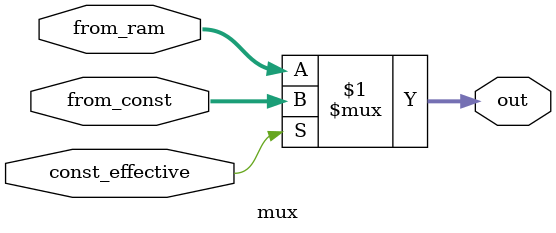
<source format=v>
/*
    Copyright 2012 Homer Hsing
    
    This file is part of Tiny Tate Bilinear Pairing Core.

    Tiny Tate Bilinear Pairing Core is free software: you can redistribute it and/or modify
    it under the terms of the GNU Lesser General Public License as published by
    the Free Software Foundation, either version 3 of the License, or
    (at your option) any later version.

    Tiny Tate Bilinear Pairing Core is distributed in the hope that it will be useful,
    but WITHOUT ANY WARRANTY; without even the implied warranty of
    MERCHANTABILITY or FITNESS FOR A PARTICULAR PURPOSE.  See the
    GNU Lesser General Public License for more details.

    You should have received a copy of the GNU Lesser General Public License
    along with Tiny Tate Bilinear Pairing Core.  If not, see http://www.gnu.org/licenses/lgpl.txt
*/

module tiny(clk, reset, sel, addr, w, data, out, done);
    input clk, reset;
    input sel;
    input [6:0] addr;
    input w;
    input [197:0] data;
    output [197:0] out;
    output done;

    /* for FSM */
    wire [6:0] fsm_addr;
    /* for RAM */
    wire [6:0] ram_a_addr, ram_b_addr;
    wire [197:0] ram_b_data_in;
    wire ram_a_w, ram_b_w;
    wire [197:0] ram_a_data_out, ram_b_data_out;
    /* for const */
    wire [197:0] const0_out, const1_out;
    wire const0_effective, const1_effective;
    /* for mux */
    wire [197:0] mux0_out, mux1_out;
    /* for ROM */
    wire [9:0] rom_addr;
    wire [31:0] rom_q;
    /* for PE */
    wire [10:0] pe_ctrl;
    
    assign out = ram_a_data_out;
    
    select 
        select0 (sel, addr, fsm_addr, w, ram_a_addr, ram_a_w);
    rom
        rom0 (clk, rom_addr, rom_q);
    FSM
        fsm0 (clk, reset, rom_addr, rom_q, fsm_addr, ram_b_addr, ram_b_w, pe_ctrl, done);
    const
        const0 (clk, ram_a_addr, const0_out, const0_effective),
        const1 (clk, ram_b_addr, const1_out, const1_effective);
    ram
        ram0 (clk, ram_a_w, ram_a_addr, data, ram_a_data_out, ram_b_w, ram_b_addr, ram_b_data_in, ram_b_data_out);
    mux
        mux0 (ram_a_data_out, const0_out, const0_effective, mux0_out),
        mux1 (ram_b_data_out, const1_out, const1_effective, mux1_out);
    PE
        pe0 (clk, reset, pe_ctrl, mux1_out, mux0_out[193:0], mux0_out[193:0], ram_b_data_in[193:0]);
    
    assign ram_b_data_in[197:194] = 0;
endmodule

module select(sel, addr_in, addr_fsm_in, w_in, addr_out, w_out);
    input sel;
    input [6:0] addr_in;
    input [6:0] addr_fsm_in;
    input w_in;
    output [6:0] addr_out;
    output w_out;
    
    assign addr_out = sel ? addr_in : addr_fsm_in;
    assign w_out = sel & w_in;
endmodule

module mux(from_ram, from_const, const_effective, out);
    input [197:0] from_ram, from_const;
    input const_effective;
    output [197:0] out;
    
    assign out = const_effective ? from_const : from_ram;
endmodule

</source>
